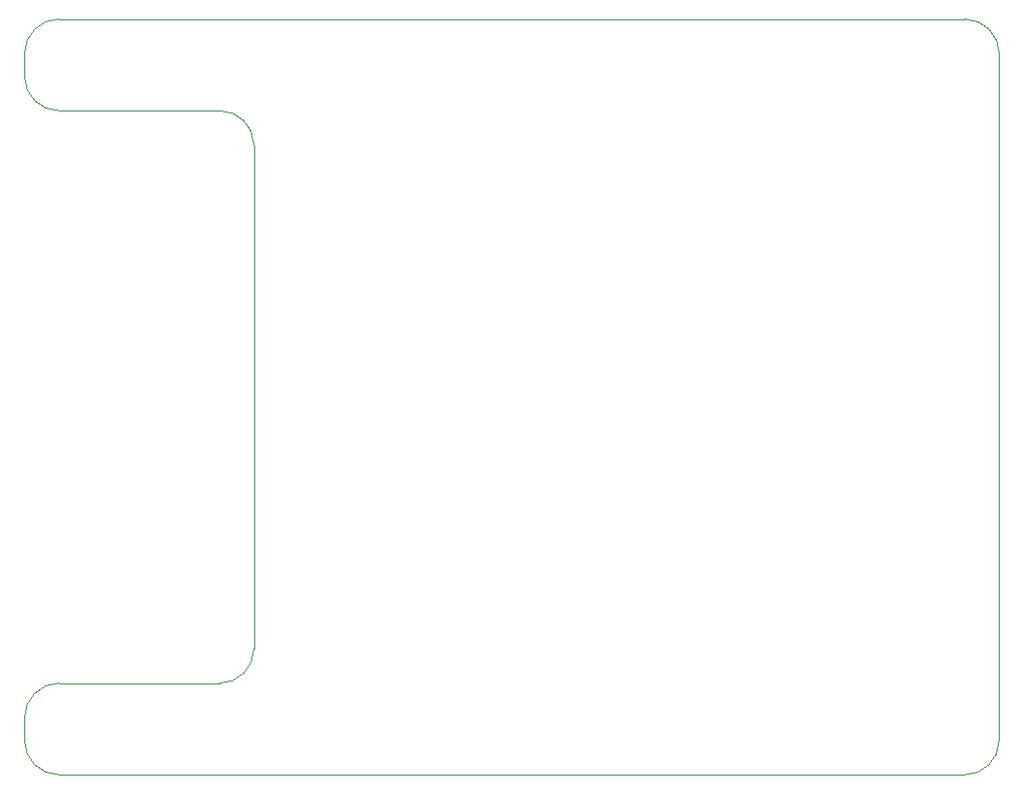
<source format=gbr>
G04 #@! TF.GenerationSoftware,KiCad,Pcbnew,(5.1.4)-1*
G04 #@! TF.CreationDate,2019-10-26T20:51:08-05:00*
G04 #@! TF.ProjectId,BPSMinionConnector,4250534d-696e-4696-9f6e-436f6e6e6563,rev?*
G04 #@! TF.SameCoordinates,Original*
G04 #@! TF.FileFunction,Profile,NP*
%FSLAX46Y46*%
G04 Gerber Fmt 4.6, Leading zero omitted, Abs format (unit mm)*
G04 Created by KiCad (PCBNEW (5.1.4)-1) date 2019-10-26 20:51:08*
%MOMM*%
%LPD*%
G04 APERTURE LIST*
%ADD10C,0.050000*%
G04 APERTURE END LIST*
D10*
X117000000Y-78000000D02*
G75*
G02X120000000Y-81000000I0J-3000000D01*
G01*
X103000000Y-78000000D02*
X117000000Y-78000000D01*
X103000000Y-78000000D02*
G75*
G02X100000000Y-75000000I0J3000000D01*
G01*
X100000000Y-73000000D02*
X100000000Y-75000000D01*
X120000000Y-125000000D02*
X120000000Y-81000000D01*
X120000000Y-125000000D02*
G75*
G02X117000000Y-128000000I-3000000J0D01*
G01*
X103000000Y-128000000D02*
X117000000Y-128000000D01*
X100000000Y-131000000D02*
G75*
G02X103000000Y-128000000I3000000J0D01*
G01*
X100000000Y-133000000D02*
X100000000Y-131000000D01*
X100000000Y-73000000D02*
G75*
G02X103000000Y-70000000I3000000J0D01*
G01*
X182000000Y-70000000D02*
G75*
G02X185000000Y-73000000I0J-3000000D01*
G01*
X185000000Y-133000000D02*
G75*
G02X182000000Y-136000000I-3000000J0D01*
G01*
X103000000Y-136000000D02*
G75*
G02X100000000Y-133000000I0J3000000D01*
G01*
X182000000Y-136000000D02*
X103000000Y-136000000D01*
X185000000Y-73000000D02*
X185000000Y-133000000D01*
X103000000Y-70000000D02*
X182000000Y-70000000D01*
M02*

</source>
